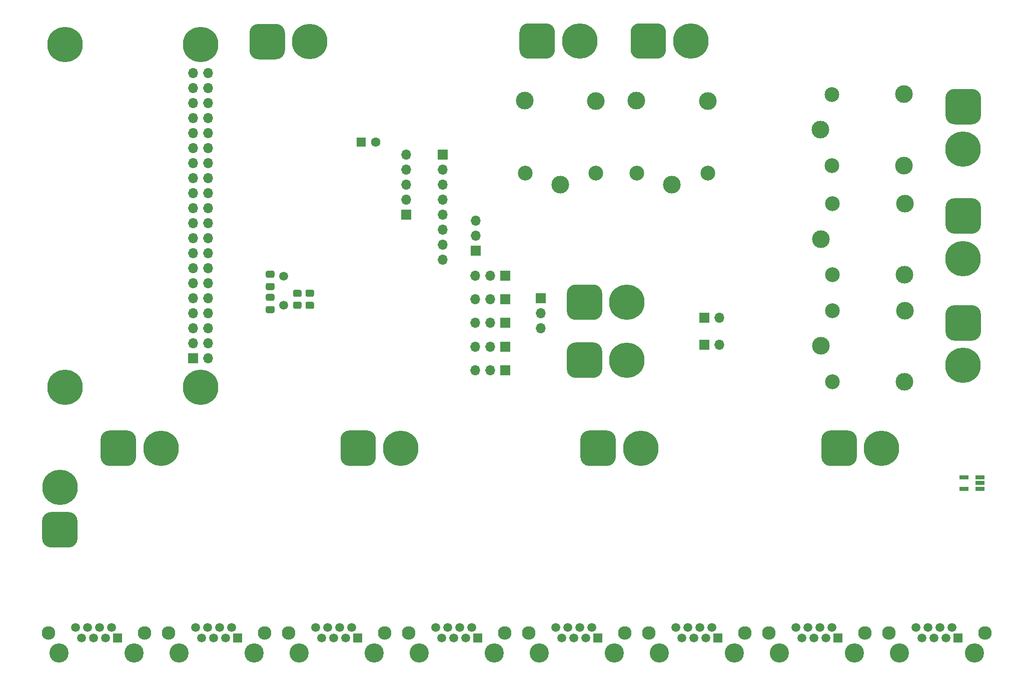
<source format=gbr>
%TF.GenerationSoftware,KiCad,Pcbnew,5.1.10*%
%TF.CreationDate,2021-11-10T11:01:34+01:00*%
%TF.ProjectId,Controller,436f6e74-726f-46c6-9c65-722e6b696361,rev?*%
%TF.SameCoordinates,Original*%
%TF.FileFunction,Soldermask,Bot*%
%TF.FilePolarity,Negative*%
%FSLAX46Y46*%
G04 Gerber Fmt 4.6, Leading zero omitted, Abs format (unit mm)*
G04 Created by KiCad (PCBNEW 5.1.10) date 2021-11-10 11:01:34*
%MOMM*%
%LPD*%
G01*
G04 APERTURE LIST*
%ADD10O,1.700000X1.700000*%
%ADD11R,1.700000X1.700000*%
%ADD12C,6.000000*%
%ADD13R,1.560000X0.650000*%
%ADD14C,1.500000*%
%ADD15C,3.000000*%
%ADD16C,2.500000*%
%ADD17C,2.300000*%
%ADD18C,3.250000*%
%ADD19R,1.500000X1.500000*%
%ADD20C,1.600000*%
%ADD21R,1.600000X1.600000*%
G04 APERTURE END LIST*
D10*
%TO.C,J18*%
X151600000Y-93580000D03*
X151600000Y-91040000D03*
D11*
X151600000Y-88500000D03*
%TD*%
D12*
%TO.C,J10*%
X94070000Y-45570000D03*
X71070000Y-103570000D03*
X71070000Y-45570000D03*
X94070000Y-103570000D03*
D10*
X95340000Y-50440000D03*
X92800000Y-50440000D03*
X95340000Y-68220000D03*
X92800000Y-68220000D03*
X95340000Y-73300000D03*
X92800000Y-73300000D03*
X95340000Y-63140000D03*
X92800000Y-63140000D03*
X95340000Y-91080000D03*
X92800000Y-91080000D03*
X95340000Y-60600000D03*
X92800000Y-60600000D03*
X95340000Y-78380000D03*
X92800000Y-78380000D03*
X95340000Y-55520000D03*
X92800000Y-55520000D03*
X95340000Y-58060000D03*
X92800000Y-58060000D03*
X95340000Y-52980000D03*
X92800000Y-52980000D03*
X95340000Y-75840000D03*
X92800000Y-75840000D03*
X95340000Y-88540000D03*
X92800000Y-88540000D03*
X95340000Y-83460000D03*
X92800000Y-83460000D03*
X95340000Y-65680000D03*
X92800000Y-65680000D03*
X95340000Y-86000000D03*
X92800000Y-86000000D03*
X95340000Y-70760000D03*
X92800000Y-70760000D03*
D11*
X92800000Y-98700000D03*
D10*
X95340000Y-98700000D03*
X92800000Y-93620000D03*
X95340000Y-96160000D03*
X95340000Y-80920000D03*
X92800000Y-80920000D03*
X92800000Y-96160000D03*
X95340000Y-93620000D03*
%TD*%
D13*
%TO.C,U9*%
X223250000Y-118850000D03*
X223250000Y-120750000D03*
X225950000Y-120750000D03*
X225950000Y-119800000D03*
X225950000Y-118850000D03*
%TD*%
D14*
%TO.C,Y1*%
X108100000Y-89680000D03*
X108100000Y-84800000D03*
%TD*%
%TO.C,R2*%
G36*
G01*
X110850001Y-88300000D02*
X109949999Y-88300000D01*
G75*
G02*
X109700000Y-88050001I0J249999D01*
G01*
X109700000Y-87349999D01*
G75*
G02*
X109949999Y-87100000I249999J0D01*
G01*
X110850001Y-87100000D01*
G75*
G02*
X111100000Y-87349999I0J-249999D01*
G01*
X111100000Y-88050001D01*
G75*
G02*
X110850001Y-88300000I-249999J0D01*
G01*
G37*
G36*
G01*
X110850001Y-90300000D02*
X109949999Y-90300000D01*
G75*
G02*
X109700000Y-90050001I0J249999D01*
G01*
X109700000Y-89349999D01*
G75*
G02*
X109949999Y-89100000I249999J0D01*
G01*
X110850001Y-89100000D01*
G75*
G02*
X111100000Y-89349999I0J-249999D01*
G01*
X111100000Y-90050001D01*
G75*
G02*
X110850001Y-90300000I-249999J0D01*
G01*
G37*
%TD*%
D15*
%TO.C,K5*%
X154900000Y-69300000D03*
D16*
X148950000Y-67350000D03*
D15*
X148900000Y-55100000D03*
X160950000Y-55150000D03*
D16*
X160950000Y-67350000D03*
%TD*%
D15*
%TO.C,K4*%
X198900000Y-60000000D03*
D16*
X200850000Y-54050000D03*
D15*
X213100000Y-54000000D03*
X213050000Y-66050000D03*
D16*
X200850000Y-66050000D03*
%TD*%
D15*
%TO.C,K3*%
X199000000Y-78500000D03*
D16*
X200950000Y-72550000D03*
D15*
X213200000Y-72500000D03*
X213150000Y-84550000D03*
D16*
X200950000Y-84550000D03*
%TD*%
D15*
%TO.C,K2*%
X199000000Y-96600000D03*
D16*
X200950000Y-90650000D03*
D15*
X213200000Y-90600000D03*
X213150000Y-102650000D03*
D16*
X200950000Y-102650000D03*
%TD*%
D15*
%TO.C,K1*%
X173800000Y-69300000D03*
D16*
X167850000Y-67350000D03*
D15*
X167800000Y-55100000D03*
X179850000Y-55150000D03*
D16*
X179850000Y-67350000D03*
%TD*%
%TO.C,J33*%
G36*
G01*
X148000000Y-46500000D02*
X148000000Y-43500000D01*
G75*
G02*
X149500000Y-42000000I1500000J0D01*
G01*
X152500000Y-42000000D01*
G75*
G02*
X154000000Y-43500000I0J-1500000D01*
G01*
X154000000Y-46500000D01*
G75*
G02*
X152500000Y-48000000I-1500000J0D01*
G01*
X149500000Y-48000000D01*
G75*
G02*
X148000000Y-46500000I0J1500000D01*
G01*
G37*
D12*
X158200000Y-45000000D03*
%TD*%
%TO.C,J32*%
G36*
G01*
X71700000Y-130700000D02*
X68700000Y-130700000D01*
G75*
G02*
X67200000Y-129200000I0J1500000D01*
G01*
X67200000Y-126200000D01*
G75*
G02*
X68700000Y-124700000I1500000J0D01*
G01*
X71700000Y-124700000D01*
G75*
G02*
X73200000Y-126200000I0J-1500000D01*
G01*
X73200000Y-129200000D01*
G75*
G02*
X71700000Y-130700000I-1500000J0D01*
G01*
G37*
X70200000Y-120500000D03*
%TD*%
%TO.C,J31*%
G36*
G01*
X199100000Y-115400000D02*
X199100000Y-112400000D01*
G75*
G02*
X200600000Y-110900000I1500000J0D01*
G01*
X203600000Y-110900000D01*
G75*
G02*
X205100000Y-112400000I0J-1500000D01*
G01*
X205100000Y-115400000D01*
G75*
G02*
X203600000Y-116900000I-1500000J0D01*
G01*
X200600000Y-116900000D01*
G75*
G02*
X199100000Y-115400000I0J1500000D01*
G01*
G37*
X209300000Y-113900000D03*
%TD*%
%TO.C,J30*%
G36*
G01*
X158300000Y-115400000D02*
X158300000Y-112400000D01*
G75*
G02*
X159800000Y-110900000I1500000J0D01*
G01*
X162800000Y-110900000D01*
G75*
G02*
X164300000Y-112400000I0J-1500000D01*
G01*
X164300000Y-115400000D01*
G75*
G02*
X162800000Y-116900000I-1500000J0D01*
G01*
X159800000Y-116900000D01*
G75*
G02*
X158300000Y-115400000I0J1500000D01*
G01*
G37*
X168500000Y-113900000D03*
%TD*%
%TO.C,J29*%
G36*
G01*
X117700000Y-115400000D02*
X117700000Y-112400000D01*
G75*
G02*
X119200000Y-110900000I1500000J0D01*
G01*
X122200000Y-110900000D01*
G75*
G02*
X123700000Y-112400000I0J-1500000D01*
G01*
X123700000Y-115400000D01*
G75*
G02*
X122200000Y-116900000I-1500000J0D01*
G01*
X119200000Y-116900000D01*
G75*
G02*
X117700000Y-115400000I0J1500000D01*
G01*
G37*
X127900000Y-113900000D03*
%TD*%
%TO.C,J28*%
G36*
G01*
X77100000Y-115400000D02*
X77100000Y-112400000D01*
G75*
G02*
X78600000Y-110900000I1500000J0D01*
G01*
X81600000Y-110900000D01*
G75*
G02*
X83100000Y-112400000I0J-1500000D01*
G01*
X83100000Y-115400000D01*
G75*
G02*
X81600000Y-116900000I-1500000J0D01*
G01*
X78600000Y-116900000D01*
G75*
G02*
X77100000Y-115400000I0J1500000D01*
G01*
G37*
X87300000Y-113900000D03*
%TD*%
D17*
%TO.C,J27*%
X226820000Y-145160000D03*
X210560000Y-145160000D03*
D18*
X212340000Y-148590000D03*
X225040000Y-148590000D03*
D14*
X215138000Y-144270000D03*
X217170000Y-144270000D03*
X219202000Y-144270000D03*
X221234000Y-144270000D03*
X216154000Y-146050000D03*
X218186000Y-146050000D03*
X220218000Y-146050000D03*
D19*
X222250000Y-146050000D03*
%TD*%
D17*
%TO.C,J26*%
X186180000Y-145160000D03*
X169920000Y-145160000D03*
D18*
X171700000Y-148590000D03*
X184400000Y-148590000D03*
D14*
X174498000Y-144270000D03*
X176530000Y-144270000D03*
X178562000Y-144270000D03*
X180594000Y-144270000D03*
X175514000Y-146050000D03*
X177546000Y-146050000D03*
X179578000Y-146050000D03*
D19*
X181610000Y-146050000D03*
%TD*%
D17*
%TO.C,J25*%
X145540000Y-145160000D03*
X129280000Y-145160000D03*
D18*
X131060000Y-148590000D03*
X143760000Y-148590000D03*
D14*
X133858000Y-144270000D03*
X135890000Y-144270000D03*
X137922000Y-144270000D03*
X139954000Y-144270000D03*
X134874000Y-146050000D03*
X136906000Y-146050000D03*
X138938000Y-146050000D03*
D19*
X140970000Y-146050000D03*
%TD*%
D17*
%TO.C,J24*%
X104900000Y-145160000D03*
X88640000Y-145160000D03*
D18*
X90420000Y-148590000D03*
X103120000Y-148590000D03*
D14*
X93218000Y-144270000D03*
X95250000Y-144270000D03*
X97282000Y-144270000D03*
X99314000Y-144270000D03*
X94234000Y-146050000D03*
X96266000Y-146050000D03*
X98298000Y-146050000D03*
D19*
X100330000Y-146050000D03*
%TD*%
D17*
%TO.C,J23*%
X206500000Y-145160000D03*
X190240000Y-145160000D03*
D18*
X192020000Y-148590000D03*
X204720000Y-148590000D03*
D14*
X194818000Y-144270000D03*
X196850000Y-144270000D03*
X198882000Y-144270000D03*
X200914000Y-144270000D03*
X195834000Y-146050000D03*
X197866000Y-146050000D03*
X199898000Y-146050000D03*
D19*
X201930000Y-146050000D03*
%TD*%
D17*
%TO.C,J22*%
X165860000Y-145160000D03*
X149600000Y-145160000D03*
D18*
X151380000Y-148590000D03*
X164080000Y-148590000D03*
D14*
X154178000Y-144270000D03*
X156210000Y-144270000D03*
X158242000Y-144270000D03*
X160274000Y-144270000D03*
X155194000Y-146050000D03*
X157226000Y-146050000D03*
X159258000Y-146050000D03*
D19*
X161290000Y-146050000D03*
%TD*%
D17*
%TO.C,J21*%
X125220000Y-145160000D03*
X108960000Y-145160000D03*
D18*
X110740000Y-148590000D03*
X123440000Y-148590000D03*
D14*
X113538000Y-144270000D03*
X115570000Y-144270000D03*
X117602000Y-144270000D03*
X119634000Y-144270000D03*
X114554000Y-146050000D03*
X116586000Y-146050000D03*
X118618000Y-146050000D03*
D19*
X120650000Y-146050000D03*
%TD*%
D17*
%TO.C,J20*%
X84580000Y-145160000D03*
X68320000Y-145160000D03*
D18*
X70100000Y-148590000D03*
X82800000Y-148590000D03*
D14*
X72898000Y-144270000D03*
X74930000Y-144270000D03*
X76962000Y-144270000D03*
X78994000Y-144270000D03*
X73914000Y-146050000D03*
X75946000Y-146050000D03*
X77978000Y-146050000D03*
D19*
X80010000Y-146050000D03*
%TD*%
%TO.C,J19*%
G36*
G01*
X102300000Y-46600000D02*
X102300000Y-43600000D01*
G75*
G02*
X103800000Y-42100000I1500000J0D01*
G01*
X106800000Y-42100000D01*
G75*
G02*
X108300000Y-43600000I0J-1500000D01*
G01*
X108300000Y-46600000D01*
G75*
G02*
X106800000Y-48100000I-1500000J0D01*
G01*
X103800000Y-48100000D01*
G75*
G02*
X102300000Y-46600000I0J1500000D01*
G01*
G37*
D12*
X112500000Y-45100000D03*
%TD*%
D10*
%TO.C,J17*%
X128800000Y-64240000D03*
X128800000Y-66780000D03*
X128800000Y-69320000D03*
X128800000Y-71860000D03*
D11*
X128800000Y-74400000D03*
%TD*%
D10*
%TO.C,J16*%
X135000000Y-81980000D03*
X135000000Y-79440000D03*
X135000000Y-76900000D03*
X135000000Y-74360000D03*
X135000000Y-71820000D03*
X135000000Y-69280000D03*
X135000000Y-66740000D03*
D11*
X135000000Y-64200000D03*
%TD*%
D10*
%TO.C,J15*%
X140520000Y-84700000D03*
X143060000Y-84700000D03*
D11*
X145600000Y-84700000D03*
%TD*%
D10*
%TO.C,J14*%
X140520000Y-88700000D03*
X143060000Y-88700000D03*
D11*
X145600000Y-88700000D03*
%TD*%
D10*
%TO.C,J13*%
X140520000Y-92700000D03*
X143060000Y-92700000D03*
D11*
X145600000Y-92700000D03*
%TD*%
D10*
%TO.C,J12*%
X140520000Y-96700000D03*
X143060000Y-96700000D03*
D11*
X145600000Y-96700000D03*
%TD*%
D10*
%TO.C,J11*%
X140520000Y-100700000D03*
X143060000Y-100700000D03*
D11*
X145600000Y-100700000D03*
%TD*%
%TO.C,J9*%
G36*
G01*
X221600000Y-53100000D02*
X224600000Y-53100000D01*
G75*
G02*
X226100000Y-54600000I0J-1500000D01*
G01*
X226100000Y-57600000D01*
G75*
G02*
X224600000Y-59100000I-1500000J0D01*
G01*
X221600000Y-59100000D01*
G75*
G02*
X220100000Y-57600000I0J1500000D01*
G01*
X220100000Y-54600000D01*
G75*
G02*
X221600000Y-53100000I1500000J0D01*
G01*
G37*
D12*
X223100000Y-63300000D03*
%TD*%
%TO.C,J8*%
G36*
G01*
X221600000Y-71600000D02*
X224600000Y-71600000D01*
G75*
G02*
X226100000Y-73100000I0J-1500000D01*
G01*
X226100000Y-76100000D01*
G75*
G02*
X224600000Y-77600000I-1500000J0D01*
G01*
X221600000Y-77600000D01*
G75*
G02*
X220100000Y-76100000I0J1500000D01*
G01*
X220100000Y-73100000D01*
G75*
G02*
X221600000Y-71600000I1500000J0D01*
G01*
G37*
X223100000Y-81800000D03*
%TD*%
%TO.C,J7*%
G36*
G01*
X221600000Y-89700000D02*
X224600000Y-89700000D01*
G75*
G02*
X226100000Y-91200000I0J-1500000D01*
G01*
X226100000Y-94200000D01*
G75*
G02*
X224600000Y-95700000I-1500000J0D01*
G01*
X221600000Y-95700000D01*
G75*
G02*
X220100000Y-94200000I0J1500000D01*
G01*
X220100000Y-91200000D01*
G75*
G02*
X221600000Y-89700000I1500000J0D01*
G01*
G37*
X223100000Y-99900000D03*
%TD*%
D10*
%TO.C,J6*%
X140600000Y-75420000D03*
X140600000Y-77960000D03*
D11*
X140600000Y-80500000D03*
%TD*%
%TO.C,J5*%
G36*
G01*
X166800000Y-46500000D02*
X166800000Y-43500000D01*
G75*
G02*
X168300000Y-42000000I1500000J0D01*
G01*
X171300000Y-42000000D01*
G75*
G02*
X172800000Y-43500000I0J-1500000D01*
G01*
X172800000Y-46500000D01*
G75*
G02*
X171300000Y-48000000I-1500000J0D01*
G01*
X168300000Y-48000000D01*
G75*
G02*
X166800000Y-46500000I0J1500000D01*
G01*
G37*
D12*
X177000000Y-45000000D03*
%TD*%
D10*
%TO.C,J4*%
X181840000Y-96400000D03*
D11*
X179300000Y-96400000D03*
%TD*%
D10*
%TO.C,J3*%
X181840000Y-91800000D03*
D11*
X179300000Y-91800000D03*
%TD*%
%TO.C,J2*%
G36*
G01*
X156000000Y-90700000D02*
X156000000Y-87700000D01*
G75*
G02*
X157500000Y-86200000I1500000J0D01*
G01*
X160500000Y-86200000D01*
G75*
G02*
X162000000Y-87700000I0J-1500000D01*
G01*
X162000000Y-90700000D01*
G75*
G02*
X160500000Y-92200000I-1500000J0D01*
G01*
X157500000Y-92200000D01*
G75*
G02*
X156000000Y-90700000I0J1500000D01*
G01*
G37*
D12*
X166200000Y-89200000D03*
%TD*%
%TO.C,J1*%
G36*
G01*
X156000000Y-100500000D02*
X156000000Y-97500000D01*
G75*
G02*
X157500000Y-96000000I1500000J0D01*
G01*
X160500000Y-96000000D01*
G75*
G02*
X162000000Y-97500000I0J-1500000D01*
G01*
X162000000Y-100500000D01*
G75*
G02*
X160500000Y-102000000I-1500000J0D01*
G01*
X157500000Y-102000000D01*
G75*
G02*
X156000000Y-100500000I0J1500000D01*
G01*
G37*
X166200000Y-99000000D03*
%TD*%
D20*
%TO.C,C7*%
X123700000Y-62100000D03*
D21*
X121200000Y-62100000D03*
%TD*%
%TO.C,C4*%
G36*
G01*
X106275000Y-88950000D02*
X105325000Y-88950000D01*
G75*
G02*
X105075000Y-88700000I0J250000D01*
G01*
X105075000Y-88025000D01*
G75*
G02*
X105325000Y-87775000I250000J0D01*
G01*
X106275000Y-87775000D01*
G75*
G02*
X106525000Y-88025000I0J-250000D01*
G01*
X106525000Y-88700000D01*
G75*
G02*
X106275000Y-88950000I-250000J0D01*
G01*
G37*
G36*
G01*
X106275000Y-91025000D02*
X105325000Y-91025000D01*
G75*
G02*
X105075000Y-90775000I0J250000D01*
G01*
X105075000Y-90100000D01*
G75*
G02*
X105325000Y-89850000I250000J0D01*
G01*
X106275000Y-89850000D01*
G75*
G02*
X106525000Y-90100000I0J-250000D01*
G01*
X106525000Y-90775000D01*
G75*
G02*
X106275000Y-91025000I-250000J0D01*
G01*
G37*
%TD*%
%TO.C,C3*%
G36*
G01*
X105325000Y-85950000D02*
X106275000Y-85950000D01*
G75*
G02*
X106525000Y-86200000I0J-250000D01*
G01*
X106525000Y-86875000D01*
G75*
G02*
X106275000Y-87125000I-250000J0D01*
G01*
X105325000Y-87125000D01*
G75*
G02*
X105075000Y-86875000I0J250000D01*
G01*
X105075000Y-86200000D01*
G75*
G02*
X105325000Y-85950000I250000J0D01*
G01*
G37*
G36*
G01*
X105325000Y-83875000D02*
X106275000Y-83875000D01*
G75*
G02*
X106525000Y-84125000I0J-250000D01*
G01*
X106525000Y-84800000D01*
G75*
G02*
X106275000Y-85050000I-250000J0D01*
G01*
X105325000Y-85050000D01*
G75*
G02*
X105075000Y-84800000I0J250000D01*
G01*
X105075000Y-84125000D01*
G75*
G02*
X105325000Y-83875000I250000J0D01*
G01*
G37*
%TD*%
%TO.C,C1*%
G36*
G01*
X112025000Y-89150000D02*
X112975000Y-89150000D01*
G75*
G02*
X113225000Y-89400000I0J-250000D01*
G01*
X113225000Y-90075000D01*
G75*
G02*
X112975000Y-90325000I-250000J0D01*
G01*
X112025000Y-90325000D01*
G75*
G02*
X111775000Y-90075000I0J250000D01*
G01*
X111775000Y-89400000D01*
G75*
G02*
X112025000Y-89150000I250000J0D01*
G01*
G37*
G36*
G01*
X112025000Y-87075000D02*
X112975000Y-87075000D01*
G75*
G02*
X113225000Y-87325000I0J-250000D01*
G01*
X113225000Y-88000000D01*
G75*
G02*
X112975000Y-88250000I-250000J0D01*
G01*
X112025000Y-88250000D01*
G75*
G02*
X111775000Y-88000000I0J250000D01*
G01*
X111775000Y-87325000D01*
G75*
G02*
X112025000Y-87075000I250000J0D01*
G01*
G37*
%TD*%
M02*

</source>
